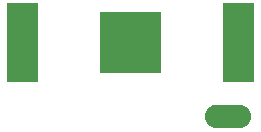
<source format=gbr>
G04 #@! TF.FileFunction,Soldermask,Bot*
%FSLAX46Y46*%
G04 Gerber Fmt 4.6, Leading zero omitted, Abs format (unit mm)*
G04 Created by KiCad (PCBNEW 4.0.7) date Monday, October 21, 2019 'PMt' 07:48:59 PM*
%MOMM*%
%LPD*%
G01*
G04 APERTURE LIST*
%ADD10C,0.100000*%
G04 APERTURE END LIST*
D10*
G36*
X125045193Y-119011730D02*
X125054458Y-119011794D01*
X125054462Y-119011794D01*
X125054971Y-119011798D01*
X125249561Y-119033625D01*
X125436205Y-119092832D01*
X125607794Y-119187164D01*
X125757793Y-119313028D01*
X125880489Y-119465630D01*
X125971207Y-119639157D01*
X126026492Y-119827000D01*
X126026492Y-119827005D01*
X126026494Y-119827010D01*
X126044239Y-120022007D01*
X126023773Y-120216728D01*
X126023772Y-120216731D01*
X126023771Y-120216741D01*
X125965868Y-120403794D01*
X125872736Y-120576038D01*
X125747923Y-120726912D01*
X125596181Y-120850670D01*
X125423291Y-120942597D01*
X125235838Y-120999192D01*
X125040963Y-121018300D01*
X123117037Y-121018300D01*
X123112807Y-121018270D01*
X123103542Y-121018206D01*
X123103538Y-121018206D01*
X123103029Y-121018202D01*
X122908439Y-120996375D01*
X122721795Y-120937168D01*
X122550206Y-120842836D01*
X122400207Y-120716972D01*
X122277511Y-120564370D01*
X122186793Y-120390843D01*
X122131508Y-120203000D01*
X122131508Y-120202995D01*
X122131506Y-120202990D01*
X122113761Y-120007993D01*
X122134227Y-119813272D01*
X122134228Y-119813269D01*
X122134229Y-119813259D01*
X122192132Y-119626206D01*
X122285264Y-119453962D01*
X122410077Y-119303088D01*
X122561819Y-119179330D01*
X122734709Y-119087403D01*
X122922162Y-119030808D01*
X123117037Y-119011700D01*
X125040963Y-119011700D01*
X125045193Y-119011730D01*
X125045193Y-119011730D01*
G37*
G36*
X126288800Y-117144800D02*
X123647200Y-117144800D01*
X123647200Y-110439200D01*
X126288800Y-110439200D01*
X126288800Y-117144800D01*
X126288800Y-117144800D01*
G37*
G36*
X108000800Y-117144800D02*
X105359200Y-117144800D01*
X105359200Y-110439200D01*
X108000800Y-110439200D01*
X108000800Y-117144800D01*
X108000800Y-117144800D01*
G37*
G36*
X118414800Y-116382800D02*
X113233200Y-116382800D01*
X113233200Y-111201200D01*
X118414800Y-111201200D01*
X118414800Y-116382800D01*
X118414800Y-116382800D01*
G37*
M02*

</source>
